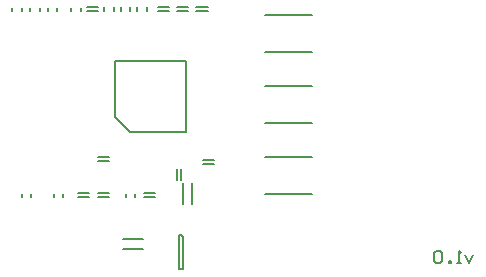
<source format=gbo>
G04*
G04 #@! TF.GenerationSoftware,Altium Limited,Altium Designer,18.0.11 (651)*
G04*
G04 Layer_Color=32896*
%FSLAX43Y43*%
%MOMM*%
G71*
G01*
G75*
%ADD10C,0.200*%
%ADD11C,0.127*%
D10*
X19900Y3850D02*
X20050Y3700D01*
Y975D02*
Y3700D01*
X19675Y975D02*
Y3850D01*
X19900D01*
X19675Y975D02*
X20050D01*
X20315Y12585D02*
Y18615D01*
X14285D02*
X20315D01*
X15570Y12585D02*
X20315D01*
X14285Y13870D02*
X15570Y12585D01*
X14285Y13870D02*
Y18615D01*
X27000Y10475D02*
X31000D01*
X27000Y7325D02*
X31000D01*
X27000Y16475D02*
X31000D01*
X27000Y13325D02*
X31000D01*
X27000Y22475D02*
X31000D01*
X27000Y19325D02*
X31000D01*
X44600Y2166D02*
X44267Y1500D01*
X43934Y2166D01*
X43600Y1500D02*
X43267D01*
X43434D01*
Y2500D01*
X43600Y2333D01*
X42767Y1500D02*
Y1667D01*
X42601D01*
Y1500D01*
X42767D01*
X41934Y2333D02*
X41768Y2500D01*
X41434D01*
X41268Y2333D01*
Y1667D01*
X41434Y1500D01*
X41768D01*
X41934Y1667D01*
Y2333D01*
D11*
X12824Y10453D02*
X13776D01*
X12824Y10097D02*
X13776D01*
X6406Y22823D02*
Y23127D01*
X5594Y22823D02*
Y23127D01*
X7906Y22823D02*
Y23127D01*
X7094Y22823D02*
Y23127D01*
X9406Y22823D02*
Y23127D01*
X8594Y22823D02*
Y23127D01*
X9094Y7073D02*
Y7377D01*
X9906Y7073D02*
Y7377D01*
X11381Y22823D02*
Y23127D01*
X10569Y22823D02*
Y23127D01*
X16006Y7073D02*
Y7377D01*
X15194Y7073D02*
Y7377D01*
X16724Y7403D02*
X17676D01*
X16724Y7047D02*
X17676D01*
X19524Y22797D02*
X20476D01*
X19524Y23153D02*
X20476D01*
X19522Y8524D02*
Y9476D01*
X19878Y8524D02*
Y9476D01*
X17924Y22797D02*
X18876D01*
X17924Y23153D02*
X18876D01*
X11899Y22822D02*
X12851D01*
X11899Y23178D02*
X12851D01*
X12849Y7403D02*
X13801D01*
X12849Y7047D02*
X13801D01*
X21724Y10253D02*
X22676D01*
X21724Y9897D02*
X22676D01*
X21174Y22797D02*
X22126D01*
X21174Y23153D02*
X22126D01*
X20025Y6499D02*
Y8251D01*
X20825Y6499D02*
Y8251D01*
X16169Y22848D02*
Y23152D01*
X16981Y22848D02*
Y23152D01*
X14769Y22848D02*
Y23152D01*
X15581Y22848D02*
Y23152D01*
X13369Y22848D02*
Y23152D01*
X14181Y22848D02*
Y23152D01*
X11149Y7403D02*
X12101D01*
X11149Y7047D02*
X12101D01*
X7206Y7073D02*
Y7377D01*
X6394Y7073D02*
Y7377D01*
X14924Y3500D02*
X16676D01*
X14924Y2700D02*
X16676D01*
M02*

</source>
